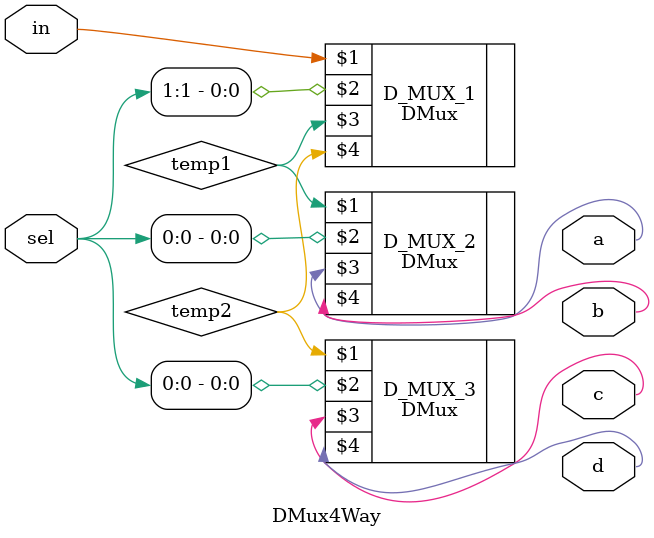
<source format=v>
/**
 * 4-way demultiplexor:
 * {a, b, c, d} = {in, 0, 0, 0} if sel == 00
 *                {0, in, 0, 0} if sel == 01
 *                {0, 0, in, 0} if sel == 10
 *                {0, 0, 0, in} if sel == 11
 */

 
module DMux4Way(
	input in,
	input [1:0] sel,
    output a,
	output b,
	output c,
	output d
);
	
	wire temp1, temp2;
	DMux D_MUX_1(in, sel[1], temp1, temp2);
	DMux D_MUX_2(temp1, sel[0], a, b);
	DMux D_MUX_3(temp2, sel[0], c, d);

endmodule

</source>
